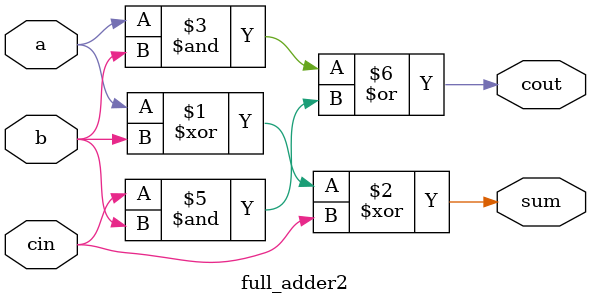
<source format=v>
module full_adder2(a,b,cin,sum,cout);
input a,b,cin;
output sum,cout;
assign sum = a^b^cin;
assign cout = a&b|cin&(1'b0|b); 
// initial begin
//     $display("The incorrect adder with or0 having in1/0");
// end   
endmodule
</source>
